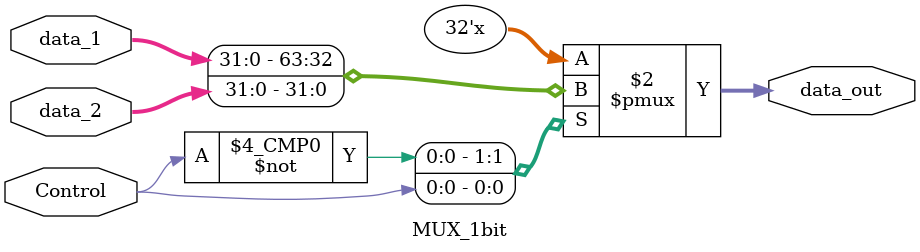
<source format=v>
module MUX_1bit
(
    Control,
    data_1,
    data_2,
    data_out
);

// Interface
input               Control;
input   [31:0]      data_1;
input   [31:0]      data_2;
output  [31:0]      data_out;

reg     [31:0]      data_out;

always@(*) begin
    case (Control)
        1'b0 : data_out = data_1;
        1'b1 : data_out = data_2;
    endcase
end

endmodule

</source>
